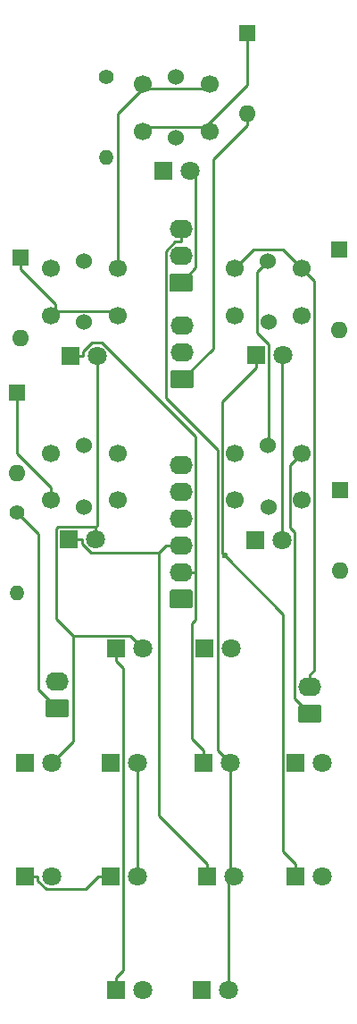
<source format=gbr>
G04 #@! TF.GenerationSoftware,KiCad,Pcbnew,(5.1.5-0-10_14)*
G04 #@! TF.CreationDate,2020-06-21T14:32:38+10:00*
G04 #@! TF.ProjectId,JETT_SELECT_Panel,4a455454-5f53-4454-9c45-43545f50616e,-*
G04 #@! TF.SameCoordinates,Original*
G04 #@! TF.FileFunction,Copper,L1,Top*
G04 #@! TF.FilePolarity,Positive*
%FSLAX46Y46*%
G04 Gerber Fmt 4.6, Leading zero omitted, Abs format (unit mm)*
G04 Created by KiCad (PCBNEW (5.1.5-0-10_14)) date 2020-06-21 14:32:38*
%MOMM*%
%LPD*%
G04 APERTURE LIST*
%ADD10O,2.200000X1.740000*%
%ADD11C,0.100000*%
%ADD12C,1.524000*%
%ADD13C,1.700000*%
%ADD14O,1.400000X1.400000*%
%ADD15C,1.400000*%
%ADD16O,1.600000X1.600000*%
%ADD17R,1.600000X1.600000*%
%ADD18C,1.800000*%
%ADD19R,1.800000X1.800000*%
%ADD20C,0.600000*%
%ADD21C,0.228600*%
G04 APERTURE END LIST*
D10*
X102970000Y-90633000D03*
X102970000Y-93173000D03*
X102970000Y-95713000D03*
X102970000Y-98253000D03*
X102970000Y-100793000D03*
G04 #@! TA.AperFunction,ComponentPad*
D11*
G36*
X103844505Y-102464204D02*
G01*
X103868773Y-102467804D01*
X103892572Y-102473765D01*
X103915671Y-102482030D01*
X103937850Y-102492520D01*
X103958893Y-102505132D01*
X103978599Y-102519747D01*
X103996777Y-102536223D01*
X104013253Y-102554401D01*
X104027868Y-102574107D01*
X104040480Y-102595150D01*
X104050970Y-102617329D01*
X104059235Y-102640428D01*
X104065196Y-102664227D01*
X104068796Y-102688495D01*
X104070000Y-102712999D01*
X104070000Y-103953001D01*
X104068796Y-103977505D01*
X104065196Y-104001773D01*
X104059235Y-104025572D01*
X104050970Y-104048671D01*
X104040480Y-104070850D01*
X104027868Y-104091893D01*
X104013253Y-104111599D01*
X103996777Y-104129777D01*
X103978599Y-104146253D01*
X103958893Y-104160868D01*
X103937850Y-104173480D01*
X103915671Y-104183970D01*
X103892572Y-104192235D01*
X103868773Y-104198196D01*
X103844505Y-104201796D01*
X103820001Y-104203000D01*
X102119999Y-104203000D01*
X102095495Y-104201796D01*
X102071227Y-104198196D01*
X102047428Y-104192235D01*
X102024329Y-104183970D01*
X102002150Y-104173480D01*
X101981107Y-104160868D01*
X101961401Y-104146253D01*
X101943223Y-104129777D01*
X101926747Y-104111599D01*
X101912132Y-104091893D01*
X101899520Y-104070850D01*
X101889030Y-104048671D01*
X101880765Y-104025572D01*
X101874804Y-104001773D01*
X101871204Y-103977505D01*
X101870000Y-103953001D01*
X101870000Y-102712999D01*
X101871204Y-102688495D01*
X101874804Y-102664227D01*
X101880765Y-102640428D01*
X101889030Y-102617329D01*
X101899520Y-102595150D01*
X101912132Y-102574107D01*
X101926747Y-102554401D01*
X101943223Y-102536223D01*
X101961401Y-102519747D01*
X101981107Y-102505132D01*
X102002150Y-102492520D01*
X102024329Y-102482030D01*
X102047428Y-102473765D01*
X102071227Y-102467804D01*
X102095495Y-102464204D01*
X102119999Y-102463000D01*
X103820001Y-102463000D01*
X103844505Y-102464204D01*
G37*
G04 #@! TD.AperFunction*
D10*
X102950000Y-68322800D03*
X102950000Y-70862800D03*
G04 #@! TA.AperFunction,ComponentPad*
D11*
G36*
X103824505Y-72534004D02*
G01*
X103848773Y-72537604D01*
X103872572Y-72543565D01*
X103895671Y-72551830D01*
X103917850Y-72562320D01*
X103938893Y-72574932D01*
X103958599Y-72589547D01*
X103976777Y-72606023D01*
X103993253Y-72624201D01*
X104007868Y-72643907D01*
X104020480Y-72664950D01*
X104030970Y-72687129D01*
X104039235Y-72710228D01*
X104045196Y-72734027D01*
X104048796Y-72758295D01*
X104050000Y-72782799D01*
X104050000Y-74022801D01*
X104048796Y-74047305D01*
X104045196Y-74071573D01*
X104039235Y-74095372D01*
X104030970Y-74118471D01*
X104020480Y-74140650D01*
X104007868Y-74161693D01*
X103993253Y-74181399D01*
X103976777Y-74199577D01*
X103958599Y-74216053D01*
X103938893Y-74230668D01*
X103917850Y-74243280D01*
X103895671Y-74253770D01*
X103872572Y-74262035D01*
X103848773Y-74267996D01*
X103824505Y-74271596D01*
X103800001Y-74272800D01*
X102099999Y-74272800D01*
X102075495Y-74271596D01*
X102051227Y-74267996D01*
X102027428Y-74262035D01*
X102004329Y-74253770D01*
X101982150Y-74243280D01*
X101961107Y-74230668D01*
X101941401Y-74216053D01*
X101923223Y-74199577D01*
X101906747Y-74181399D01*
X101892132Y-74161693D01*
X101879520Y-74140650D01*
X101869030Y-74118471D01*
X101860765Y-74095372D01*
X101854804Y-74071573D01*
X101851204Y-74047305D01*
X101850000Y-74022801D01*
X101850000Y-72782799D01*
X101851204Y-72758295D01*
X101854804Y-72734027D01*
X101860765Y-72710228D01*
X101869030Y-72687129D01*
X101879520Y-72664950D01*
X101892132Y-72643907D01*
X101906747Y-72624201D01*
X101923223Y-72606023D01*
X101941401Y-72589547D01*
X101961107Y-72574932D01*
X101982150Y-72562320D01*
X102004329Y-72551830D01*
X102027428Y-72543565D01*
X102051227Y-72537604D01*
X102075495Y-72534004D01*
X102099999Y-72532800D01*
X103800001Y-72532800D01*
X103824505Y-72534004D01*
G37*
G04 #@! TD.AperFunction*
D12*
X111200000Y-88822800D03*
X111240000Y-94613800D03*
D13*
X108065000Y-89533800D03*
X114415000Y-89533800D03*
X108065000Y-93978800D03*
X114415000Y-93978800D03*
D12*
X93739800Y-88822800D03*
X93779800Y-94613800D03*
D13*
X90604800Y-89533800D03*
X96954800Y-89533800D03*
X90604800Y-93978800D03*
X96954800Y-93978800D03*
D12*
X111200000Y-71362800D03*
X111240000Y-77153800D03*
D13*
X108065000Y-72073800D03*
X114415000Y-72073800D03*
X108065000Y-76518800D03*
X114415000Y-76518800D03*
D12*
X93739800Y-71362800D03*
X93779800Y-77153800D03*
D13*
X90604800Y-72073800D03*
X96954800Y-72073800D03*
X90604800Y-76518800D03*
X96954800Y-76518800D03*
D12*
X102470000Y-53902800D03*
X102510000Y-59693800D03*
D13*
X99335000Y-54613800D03*
X105685000Y-54613800D03*
X99335000Y-59058800D03*
X105685000Y-59058800D03*
D14*
X87399800Y-102772800D03*
D15*
X87399800Y-95152800D03*
D14*
X95909800Y-61572800D03*
D15*
X95909800Y-53952800D03*
D10*
X115200000Y-111663000D03*
G04 #@! TA.AperFunction,ComponentPad*
D11*
G36*
X116074505Y-113334204D02*
G01*
X116098773Y-113337804D01*
X116122572Y-113343765D01*
X116145671Y-113352030D01*
X116167850Y-113362520D01*
X116188893Y-113375132D01*
X116208599Y-113389747D01*
X116226777Y-113406223D01*
X116243253Y-113424401D01*
X116257868Y-113444107D01*
X116270480Y-113465150D01*
X116280970Y-113487329D01*
X116289235Y-113510428D01*
X116295196Y-113534227D01*
X116298796Y-113558495D01*
X116300000Y-113582999D01*
X116300000Y-114823001D01*
X116298796Y-114847505D01*
X116295196Y-114871773D01*
X116289235Y-114895572D01*
X116280970Y-114918671D01*
X116270480Y-114940850D01*
X116257868Y-114961893D01*
X116243253Y-114981599D01*
X116226777Y-114999777D01*
X116208599Y-115016253D01*
X116188893Y-115030868D01*
X116167850Y-115043480D01*
X116145671Y-115053970D01*
X116122572Y-115062235D01*
X116098773Y-115068196D01*
X116074505Y-115071796D01*
X116050001Y-115073000D01*
X114349999Y-115073000D01*
X114325495Y-115071796D01*
X114301227Y-115068196D01*
X114277428Y-115062235D01*
X114254329Y-115053970D01*
X114232150Y-115043480D01*
X114211107Y-115030868D01*
X114191401Y-115016253D01*
X114173223Y-114999777D01*
X114156747Y-114981599D01*
X114142132Y-114961893D01*
X114129520Y-114940850D01*
X114119030Y-114918671D01*
X114110765Y-114895572D01*
X114104804Y-114871773D01*
X114101204Y-114847505D01*
X114100000Y-114823001D01*
X114100000Y-113582999D01*
X114101204Y-113558495D01*
X114104804Y-113534227D01*
X114110765Y-113510428D01*
X114119030Y-113487329D01*
X114129520Y-113465150D01*
X114142132Y-113444107D01*
X114156747Y-113424401D01*
X114173223Y-113406223D01*
X114191401Y-113389747D01*
X114211107Y-113375132D01*
X114232150Y-113362520D01*
X114254329Y-113352030D01*
X114277428Y-113343765D01*
X114301227Y-113337804D01*
X114325495Y-113334204D01*
X114349999Y-113333000D01*
X116050001Y-113333000D01*
X116074505Y-113334204D01*
G37*
G04 #@! TD.AperFunction*
D10*
X103060000Y-77462800D03*
X103060000Y-80002800D03*
G04 #@! TA.AperFunction,ComponentPad*
D11*
G36*
X103934505Y-81674004D02*
G01*
X103958773Y-81677604D01*
X103982572Y-81683565D01*
X104005671Y-81691830D01*
X104027850Y-81702320D01*
X104048893Y-81714932D01*
X104068599Y-81729547D01*
X104086777Y-81746023D01*
X104103253Y-81764201D01*
X104117868Y-81783907D01*
X104130480Y-81804950D01*
X104140970Y-81827129D01*
X104149235Y-81850228D01*
X104155196Y-81874027D01*
X104158796Y-81898295D01*
X104160000Y-81922799D01*
X104160000Y-83162801D01*
X104158796Y-83187305D01*
X104155196Y-83211573D01*
X104149235Y-83235372D01*
X104140970Y-83258471D01*
X104130480Y-83280650D01*
X104117868Y-83301693D01*
X104103253Y-83321399D01*
X104086777Y-83339577D01*
X104068599Y-83356053D01*
X104048893Y-83370668D01*
X104027850Y-83383280D01*
X104005671Y-83393770D01*
X103982572Y-83402035D01*
X103958773Y-83407996D01*
X103934505Y-83411596D01*
X103910001Y-83412800D01*
X102209999Y-83412800D01*
X102185495Y-83411596D01*
X102161227Y-83407996D01*
X102137428Y-83402035D01*
X102114329Y-83393770D01*
X102092150Y-83383280D01*
X102071107Y-83370668D01*
X102051401Y-83356053D01*
X102033223Y-83339577D01*
X102016747Y-83321399D01*
X102002132Y-83301693D01*
X101989520Y-83280650D01*
X101979030Y-83258471D01*
X101970765Y-83235372D01*
X101964804Y-83211573D01*
X101961204Y-83187305D01*
X101960000Y-83162801D01*
X101960000Y-81922799D01*
X101961204Y-81898295D01*
X101964804Y-81874027D01*
X101970765Y-81850228D01*
X101979030Y-81827129D01*
X101989520Y-81804950D01*
X102002132Y-81783907D01*
X102016747Y-81764201D01*
X102033223Y-81746023D01*
X102051401Y-81729547D01*
X102071107Y-81714932D01*
X102092150Y-81702320D01*
X102114329Y-81691830D01*
X102137428Y-81683565D01*
X102161227Y-81677604D01*
X102185495Y-81674004D01*
X102209999Y-81672800D01*
X103910001Y-81672800D01*
X103934505Y-81674004D01*
G37*
G04 #@! TD.AperFunction*
D10*
X91217800Y-111157000D03*
G04 #@! TA.AperFunction,ComponentPad*
D11*
G36*
X92092305Y-112828204D02*
G01*
X92116573Y-112831804D01*
X92140372Y-112837765D01*
X92163471Y-112846030D01*
X92185650Y-112856520D01*
X92206693Y-112869132D01*
X92226399Y-112883747D01*
X92244577Y-112900223D01*
X92261053Y-112918401D01*
X92275668Y-112938107D01*
X92288280Y-112959150D01*
X92298770Y-112981329D01*
X92307035Y-113004428D01*
X92312996Y-113028227D01*
X92316596Y-113052495D01*
X92317800Y-113076999D01*
X92317800Y-114317001D01*
X92316596Y-114341505D01*
X92312996Y-114365773D01*
X92307035Y-114389572D01*
X92298770Y-114412671D01*
X92288280Y-114434850D01*
X92275668Y-114455893D01*
X92261053Y-114475599D01*
X92244577Y-114493777D01*
X92226399Y-114510253D01*
X92206693Y-114524868D01*
X92185650Y-114537480D01*
X92163471Y-114547970D01*
X92140372Y-114556235D01*
X92116573Y-114562196D01*
X92092305Y-114565796D01*
X92067801Y-114567000D01*
X90367799Y-114567000D01*
X90343295Y-114565796D01*
X90319027Y-114562196D01*
X90295228Y-114556235D01*
X90272129Y-114547970D01*
X90249950Y-114537480D01*
X90228907Y-114524868D01*
X90209201Y-114510253D01*
X90191023Y-114493777D01*
X90174547Y-114475599D01*
X90159932Y-114455893D01*
X90147320Y-114434850D01*
X90136830Y-114412671D01*
X90128565Y-114389572D01*
X90122604Y-114365773D01*
X90119004Y-114341505D01*
X90117800Y-114317001D01*
X90117800Y-113076999D01*
X90119004Y-113052495D01*
X90122604Y-113028227D01*
X90128565Y-113004428D01*
X90136830Y-112981329D01*
X90147320Y-112959150D01*
X90159932Y-112938107D01*
X90174547Y-112918401D01*
X90191023Y-112900223D01*
X90209201Y-112883747D01*
X90228907Y-112869132D01*
X90249950Y-112856520D01*
X90272129Y-112846030D01*
X90295228Y-112837765D01*
X90319027Y-112831804D01*
X90343295Y-112828204D01*
X90367799Y-112827000D01*
X92067801Y-112827000D01*
X92092305Y-112828204D01*
G37*
G04 #@! TD.AperFunction*
D16*
X87399800Y-91422800D03*
D17*
X87399800Y-83802800D03*
D16*
X109260000Y-57372800D03*
D17*
X109260000Y-49752800D03*
D16*
X118080000Y-100672800D03*
D17*
X118080000Y-93052800D03*
D16*
X117980000Y-77862800D03*
D17*
X117980000Y-70242800D03*
D16*
X87719800Y-78632800D03*
D17*
X87719800Y-71012800D03*
D18*
X116364000Y-129633000D03*
D19*
X113824000Y-129633000D03*
D18*
X116364000Y-118843000D03*
D19*
X113824000Y-118843000D03*
D18*
X107982000Y-129633000D03*
D19*
X105442000Y-129633000D03*
D18*
X107626000Y-118843000D03*
D19*
X105086000Y-118843000D03*
D18*
X112560000Y-97742800D03*
D19*
X110020000Y-97742800D03*
D18*
X112590000Y-80272800D03*
D19*
X110050000Y-80272800D03*
D18*
X107474000Y-140367000D03*
D19*
X104934000Y-140367000D03*
D18*
X98837800Y-129633000D03*
D19*
X96297800Y-129633000D03*
D18*
X98837800Y-118843000D03*
D19*
X96297800Y-118843000D03*
D18*
X107728000Y-108043000D03*
D19*
X105188000Y-108043000D03*
D18*
X99345800Y-140367000D03*
D19*
X96805800Y-140367000D03*
D18*
X90709800Y-129633000D03*
D19*
X88169800Y-129633000D03*
D18*
X90709800Y-118843000D03*
D19*
X88169800Y-118843000D03*
D18*
X99345800Y-108043000D03*
D19*
X96805800Y-108043000D03*
D18*
X94889800Y-97712800D03*
D19*
X92349800Y-97712800D03*
D18*
X94999800Y-80312800D03*
D19*
X92459800Y-80312800D03*
D18*
X103810000Y-62822800D03*
D19*
X101270000Y-62822800D03*
D20*
X107087800Y-99215200D03*
D21*
X113824000Y-129633000D02*
X113824000Y-128440600D01*
X113824000Y-128440600D02*
X112631600Y-127248200D01*
X112631600Y-127248200D02*
X112631600Y-104759000D01*
X112631600Y-104759000D02*
X107087800Y-99215200D01*
X110050000Y-81465200D02*
X106883900Y-84631300D01*
X106883900Y-84631300D02*
X106883900Y-99011300D01*
X106883900Y-99011300D02*
X107087800Y-99215200D01*
X110050000Y-80272800D02*
X110050000Y-81465200D01*
X92735800Y-106812500D02*
X92735800Y-116817000D01*
X92735800Y-116817000D02*
X90709800Y-118843000D01*
X94889800Y-96519600D02*
X91327300Y-96519600D01*
X91327300Y-96519600D02*
X91157300Y-96689600D01*
X91157300Y-96689600D02*
X91157300Y-105234000D01*
X91157300Y-105234000D02*
X92735800Y-106812500D01*
X92735800Y-106812500D02*
X98115300Y-106812500D01*
X98115300Y-106812500D02*
X99345800Y-108043000D01*
X94999800Y-80312800D02*
X94999800Y-96409600D01*
X94999800Y-96409600D02*
X94889800Y-96519600D01*
X94889800Y-96519600D02*
X94889800Y-97712800D01*
X102950000Y-73402800D02*
X104376300Y-71976500D01*
X104376300Y-71976500D02*
X104376300Y-63389100D01*
X104376300Y-63389100D02*
X103810000Y-62822800D01*
X104369500Y-100793000D02*
X104369500Y-105269500D01*
X104369500Y-105269500D02*
X103995500Y-105643500D01*
X103995500Y-105643500D02*
X103995500Y-116560100D01*
X103995500Y-116560100D02*
X105086000Y-117650600D01*
X93652200Y-80312800D02*
X93652200Y-79940200D01*
X93652200Y-79940200D02*
X94518300Y-79074100D01*
X94518300Y-79074100D02*
X95482000Y-79074100D01*
X95482000Y-79074100D02*
X104369500Y-87961600D01*
X104369500Y-87961600D02*
X104369500Y-100793000D01*
X104369500Y-100793000D02*
X102970000Y-100793000D01*
X105086000Y-118843000D02*
X105086000Y-117650600D01*
X92459800Y-80312800D02*
X93652200Y-80312800D01*
X105442000Y-129633000D02*
X105442000Y-128440600D01*
X100888900Y-98941700D02*
X101577600Y-98253000D01*
X93542200Y-97712800D02*
X93542200Y-98085400D01*
X93542200Y-98085400D02*
X94398500Y-98941700D01*
X94398500Y-98941700D02*
X100888900Y-98941700D01*
X105442000Y-128440600D02*
X100888900Y-123887500D01*
X100888900Y-123887500D02*
X100888900Y-98941700D01*
X102970000Y-98253000D02*
X101577600Y-98253000D01*
X92349800Y-97712800D02*
X93542200Y-97712800D01*
X96805800Y-140367000D02*
X96805800Y-139174600D01*
X96805800Y-108043000D02*
X96805800Y-109235400D01*
X96805800Y-109235400D02*
X97490300Y-109919900D01*
X97490300Y-109919900D02*
X97490300Y-138490100D01*
X97490300Y-138490100D02*
X96805800Y-139174600D01*
X96297800Y-129633000D02*
X95105400Y-129633000D01*
X88169800Y-129633000D02*
X89362200Y-129633000D01*
X89362200Y-129633000D02*
X89362200Y-130005600D01*
X89362200Y-130005600D02*
X90182000Y-130825400D01*
X90182000Y-130825400D02*
X93913000Y-130825400D01*
X93913000Y-130825400D02*
X95105400Y-129633000D01*
X98837800Y-118843000D02*
X98837800Y-129633000D01*
X112560000Y-97742800D02*
X112560000Y-80302800D01*
X112560000Y-80302800D02*
X112590000Y-80272800D01*
X102950000Y-69485200D02*
X102416200Y-69485200D01*
X102416200Y-69485200D02*
X101507500Y-70393900D01*
X101507500Y-70393900D02*
X101507500Y-84289600D01*
X101507500Y-84289600D02*
X106477100Y-89259200D01*
X106477100Y-89259200D02*
X106477100Y-117694100D01*
X106477100Y-117694100D02*
X107626000Y-118843000D01*
X102950000Y-68322800D02*
X102950000Y-69485200D01*
X107982000Y-129633000D02*
X107626000Y-129277000D01*
X107626000Y-129277000D02*
X107626000Y-118843000D01*
X107474000Y-140367000D02*
X107474000Y-130141000D01*
X107474000Y-130141000D02*
X107982000Y-129633000D01*
X96954800Y-76518800D02*
X96518600Y-76082600D01*
X96518600Y-76082600D02*
X91041000Y-76082600D01*
X87719800Y-71012800D02*
X87719800Y-72105200D01*
X91041000Y-76082600D02*
X90604800Y-76518800D01*
X87719800Y-72105200D02*
X91041000Y-75426400D01*
X91041000Y-75426400D02*
X91041000Y-76082600D01*
X109260000Y-57372800D02*
X109260000Y-58465200D01*
X109260000Y-58465200D02*
X105985300Y-61739900D01*
X105985300Y-61739900D02*
X105985300Y-79617500D01*
X105985300Y-79617500D02*
X103060000Y-82542800D01*
X105260600Y-58634400D02*
X99759400Y-58634400D01*
X99759400Y-58634400D02*
X99335000Y-59058800D01*
X105685000Y-59058800D02*
X105260600Y-58634400D01*
X109260000Y-49752800D02*
X109260000Y-54635000D01*
X109260000Y-54635000D02*
X105260600Y-58634400D01*
X87399800Y-83802800D02*
X87399800Y-89583800D01*
X87399800Y-89583800D02*
X90604800Y-92788800D01*
X90604800Y-92788800D02*
X90604800Y-93978800D01*
X111200000Y-88822800D02*
X111242500Y-88780300D01*
X111242500Y-88780300D02*
X111242500Y-79187100D01*
X111242500Y-79187100D02*
X110162400Y-78107000D01*
X110162400Y-78107000D02*
X110162400Y-72400400D01*
X110162400Y-72400400D02*
X111200000Y-71362800D01*
X91217800Y-113697000D02*
X89462300Y-111941500D01*
X89462300Y-111941500D02*
X89462300Y-97215300D01*
X89462300Y-97215300D02*
X87399800Y-95152800D01*
X114415000Y-72073800D02*
X112633100Y-70291900D01*
X112633100Y-70291900D02*
X109846900Y-70291900D01*
X109846900Y-70291900D02*
X108065000Y-72073800D01*
X115200000Y-110500600D02*
X115592100Y-110108500D01*
X115592100Y-110108500D02*
X115592100Y-73250900D01*
X115592100Y-73250900D02*
X114415000Y-72073800D01*
X99335000Y-55012500D02*
X105286300Y-55012500D01*
X105286300Y-55012500D02*
X105685000Y-54613800D01*
X99335000Y-54613800D02*
X99335000Y-55012500D01*
X99335000Y-55012500D02*
X96954800Y-57392700D01*
X96954800Y-57392700D02*
X96954800Y-72073800D01*
X115200000Y-111663000D02*
X115200000Y-110500600D01*
X115200000Y-114203000D02*
X113752500Y-112755500D01*
X113752500Y-112755500D02*
X113752500Y-97030300D01*
X113752500Y-97030300D02*
X113267100Y-96544900D01*
X113267100Y-96544900D02*
X113267100Y-90681700D01*
X113267100Y-90681700D02*
X114415000Y-89533800D01*
M02*

</source>
